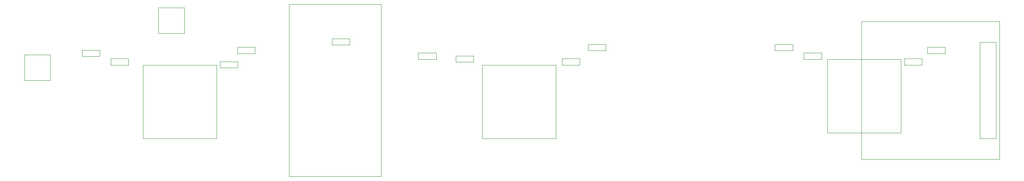
<source format=gbr>
G04 #@! TF.FileFunction,Other,User*
%FSLAX46Y46*%
G04 Gerber Fmt 4.6, Leading zero omitted, Abs format (unit mm)*
G04 Created by KiCad (PCBNEW 4.0.7) date Thursday, October 12, 2017 'PMt' 07:19:01 PM*
%MOMM*%
%LPD*%
G01*
G04 APERTURE LIST*
%ADD10C,0.100000*%
%ADD11C,0.050000*%
G04 APERTURE END LIST*
D10*
D11*
X72970000Y-8955000D02*
X76880000Y-8955000D01*
X72970000Y-8955000D02*
X72970000Y-7555000D01*
X76880000Y-7555000D02*
X76880000Y-8955000D01*
X76880000Y-7555000D02*
X72970000Y-7555000D01*
X199335000Y-13400000D02*
X203245000Y-13400000D01*
X199335000Y-13400000D02*
X199335000Y-12000000D01*
X203245000Y-12000000D02*
X203245000Y-13400000D01*
X203245000Y-12000000D02*
X199335000Y-12000000D01*
X204415000Y-10860000D02*
X208325000Y-10860000D01*
X204415000Y-10860000D02*
X204415000Y-9460000D01*
X208325000Y-9460000D02*
X208325000Y-10860000D01*
X208325000Y-9460000D02*
X204415000Y-9460000D01*
X174680000Y-8825000D02*
X170770000Y-8825000D01*
X174680000Y-8825000D02*
X174680000Y-10225000D01*
X170770000Y-10225000D02*
X170770000Y-8825000D01*
X170770000Y-10225000D02*
X174680000Y-10225000D01*
X181030000Y-10730000D02*
X177120000Y-10730000D01*
X181030000Y-10730000D02*
X181030000Y-12130000D01*
X177120000Y-12130000D02*
X177120000Y-10730000D01*
X177120000Y-12130000D02*
X181030000Y-12130000D01*
X123770000Y-13400000D02*
X127680000Y-13400000D01*
X123770000Y-13400000D02*
X123770000Y-12000000D01*
X127680000Y-12000000D02*
X127680000Y-13400000D01*
X127680000Y-12000000D02*
X123770000Y-12000000D01*
X129485000Y-10225000D02*
X133395000Y-10225000D01*
X129485000Y-10225000D02*
X129485000Y-8825000D01*
X133395000Y-8825000D02*
X133395000Y-10225000D01*
X133395000Y-8825000D02*
X129485000Y-8825000D01*
X95940000Y-10730000D02*
X92030000Y-10730000D01*
X95940000Y-10730000D02*
X95940000Y-12130000D01*
X92030000Y-12130000D02*
X92030000Y-10730000D01*
X92030000Y-12130000D02*
X95940000Y-12130000D01*
X104195000Y-11365000D02*
X100285000Y-11365000D01*
X104195000Y-11365000D02*
X104195000Y-12765000D01*
X100285000Y-12765000D02*
X100285000Y-11365000D01*
X100285000Y-12765000D02*
X104195000Y-12765000D01*
X48205000Y-14035000D02*
X52115000Y-14035000D01*
X48205000Y-14035000D02*
X48205000Y-12635000D01*
X52115000Y-12635000D02*
X52115000Y-14035000D01*
X52115000Y-12635000D02*
X48205000Y-12635000D01*
X52015000Y-10860000D02*
X55925000Y-10860000D01*
X52015000Y-10860000D02*
X52015000Y-9460000D01*
X55925000Y-9460000D02*
X55925000Y-10860000D01*
X55925000Y-9460000D02*
X52015000Y-9460000D01*
X21645000Y-10095000D02*
X17735000Y-10095000D01*
X21645000Y-10095000D02*
X21645000Y-11495000D01*
X17735000Y-11495000D02*
X17735000Y-10095000D01*
X17735000Y-11495000D02*
X21645000Y-11495000D01*
X27995000Y-12000000D02*
X24085000Y-12000000D01*
X27995000Y-12000000D02*
X27995000Y-13400000D01*
X24085000Y-13400000D02*
X24085000Y-12000000D01*
X24085000Y-13400000D02*
X27995000Y-13400000D01*
X220345000Y-3810000D02*
X220345000Y-34290000D01*
X189865000Y-3810000D02*
X189865000Y-34290000D01*
X220345000Y-34290000D02*
X189865000Y-34290000D01*
X220345000Y-3810000D02*
X189865000Y-3810000D01*
X219605000Y-8360000D02*
X219605000Y-29710000D01*
X219605000Y-29710000D02*
X216005000Y-29710000D01*
X216005000Y-29710000D02*
X216005000Y-8360000D01*
X216005000Y-8360000D02*
X219605000Y-8360000D01*
X63500000Y-38100000D02*
X63500000Y0D01*
X83820000Y0D02*
X83820000Y-38100000D01*
X83820000Y0D02*
X63500000Y0D01*
X83820000Y-38100000D02*
X63500000Y-38100000D01*
X182372000Y-12192000D02*
X182372000Y-28448000D01*
X182372000Y-28448000D02*
X198628000Y-28448000D01*
X198628000Y-28448000D02*
X198628000Y-12192000D01*
X198628000Y-12192000D02*
X182372000Y-12192000D01*
X106172000Y-13462000D02*
X106172000Y-29718000D01*
X106172000Y-29718000D02*
X122428000Y-29718000D01*
X122428000Y-29718000D02*
X122428000Y-13462000D01*
X122428000Y-13462000D02*
X106172000Y-13462000D01*
X31242000Y-13462000D02*
X31242000Y-29718000D01*
X31242000Y-29718000D02*
X47498000Y-29718000D01*
X47498000Y-29718000D02*
X47498000Y-13462000D01*
X47498000Y-13462000D02*
X31242000Y-13462000D01*
X10740000Y-11120000D02*
X10740000Y-16820000D01*
X10740000Y-16820000D02*
X5040000Y-16820000D01*
X5040000Y-16820000D02*
X5040000Y-11120000D01*
X5040000Y-11120000D02*
X10740000Y-11120000D01*
X34615000Y-690000D02*
X40315000Y-690000D01*
X40315000Y-690000D02*
X40315000Y-6390000D01*
X40315000Y-6390000D02*
X34615000Y-6390000D01*
X34615000Y-6390000D02*
X34615000Y-690000D01*
M02*

</source>
